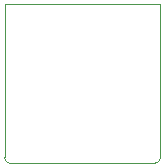
<source format=gbr>
%TF.GenerationSoftware,KiCad,Pcbnew,(6.0.5-0)*%
%TF.CreationDate,2022-06-27T15:27:31+01:00*%
%TF.ProjectId,Generic0,47656e65-7269-4633-902e-6b696361645f,1*%
%TF.SameCoordinates,Original*%
%TF.FileFunction,Profile,NP*%
%FSLAX46Y46*%
G04 Gerber Fmt 4.6, Leading zero omitted, Abs format (unit mm)*
G04 Created by KiCad (PCBNEW (6.0.5-0)) date 2022-06-27 15:27:31*
%MOMM*%
%LPD*%
G01*
G04 APERTURE LIST*
%TA.AperFunction,Profile*%
%ADD10C,0.100000*%
%TD*%
G04 APERTURE END LIST*
D10*
X106600000Y-38600000D02*
X106600000Y-51600000D01*
X106100000Y-52100000D02*
G75*
G03*
X106600000Y-51600000I0J500000D01*
G01*
X93400000Y-51600000D02*
G75*
G03*
X93900000Y-52100000I500000J0D01*
G01*
X106100000Y-52100000D02*
X93900000Y-52100000D01*
X93400000Y-51600000D02*
X93400000Y-38600000D01*
X93400000Y-38600000D02*
X106600000Y-38600000D01*
M02*

</source>
